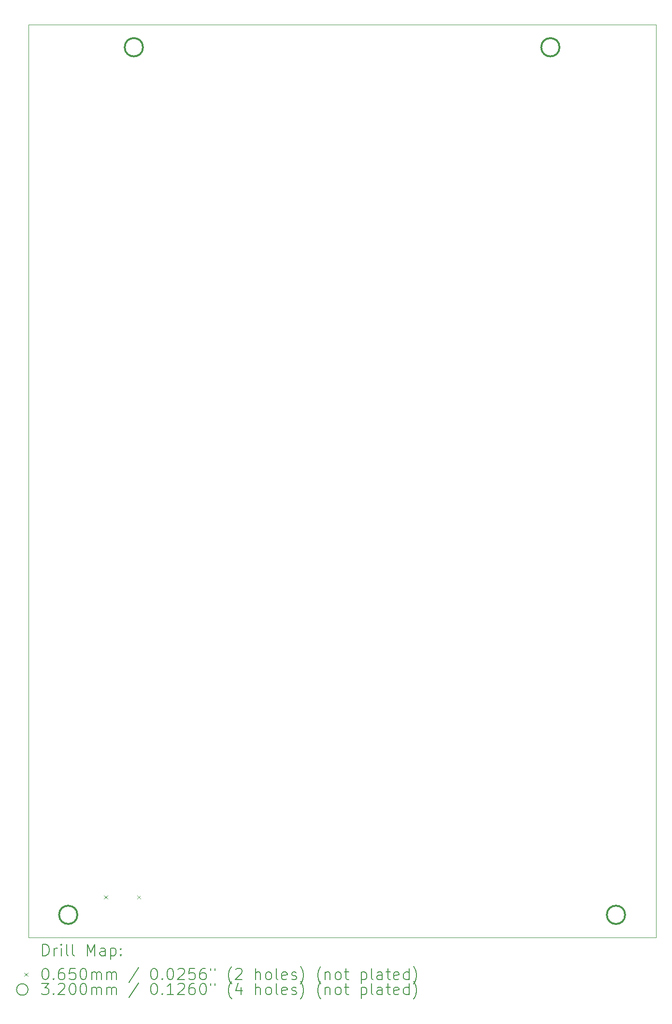
<source format=gbr>
%FSLAX45Y45*%
G04 Gerber Fmt 4.5, Leading zero omitted, Abs format (unit mm)*
G04 Created by KiCad (PCBNEW (5.99.0-11727-g1ec70d30af)) date 2021-08-20 03:51:31*
%MOMM*%
%LPD*%
G01*
G04 APERTURE LIST*
%TA.AperFunction,Profile*%
%ADD10C,0.100000*%
%TD*%
%ADD11C,0.200000*%
%ADD12C,0.065000*%
%ADD13C,0.320000*%
G04 APERTURE END LIST*
D10*
X2500000Y-2500000D02*
X13500000Y-2500000D01*
X13500000Y-2500000D02*
X13500000Y-18500000D01*
X13500000Y-18500000D02*
X2500000Y-18500000D01*
X2500000Y-18500000D02*
X2500000Y-2500000D01*
D11*
D12*
X3828500Y-17757500D02*
X3893500Y-17822500D01*
X3893500Y-17757500D02*
X3828500Y-17822500D01*
X4406500Y-17757500D02*
X4471500Y-17822500D01*
X4471500Y-17757500D02*
X4406500Y-17822500D01*
D13*
X3360000Y-18100000D02*
G75*
G03*
X3360000Y-18100000I-160000J0D01*
G01*
X4510000Y-2900000D02*
G75*
G03*
X4510000Y-2900000I-160000J0D01*
G01*
X11810000Y-2900000D02*
G75*
G03*
X11810000Y-2900000I-160000J0D01*
G01*
X12960000Y-18100000D02*
G75*
G03*
X12960000Y-18100000I-160000J0D01*
G01*
D11*
X2752619Y-18815476D02*
X2752619Y-18615476D01*
X2800238Y-18615476D01*
X2828809Y-18625000D01*
X2847857Y-18644048D01*
X2857381Y-18663095D01*
X2866905Y-18701190D01*
X2866905Y-18729762D01*
X2857381Y-18767857D01*
X2847857Y-18786905D01*
X2828809Y-18805952D01*
X2800238Y-18815476D01*
X2752619Y-18815476D01*
X2952619Y-18815476D02*
X2952619Y-18682143D01*
X2952619Y-18720238D02*
X2962143Y-18701190D01*
X2971667Y-18691667D01*
X2990714Y-18682143D01*
X3009762Y-18682143D01*
X3076428Y-18815476D02*
X3076428Y-18682143D01*
X3076428Y-18615476D02*
X3066905Y-18625000D01*
X3076428Y-18634524D01*
X3085952Y-18625000D01*
X3076428Y-18615476D01*
X3076428Y-18634524D01*
X3200238Y-18815476D02*
X3181190Y-18805952D01*
X3171667Y-18786905D01*
X3171667Y-18615476D01*
X3305000Y-18815476D02*
X3285952Y-18805952D01*
X3276428Y-18786905D01*
X3276428Y-18615476D01*
X3533571Y-18815476D02*
X3533571Y-18615476D01*
X3600238Y-18758333D01*
X3666905Y-18615476D01*
X3666905Y-18815476D01*
X3847857Y-18815476D02*
X3847857Y-18710714D01*
X3838333Y-18691667D01*
X3819286Y-18682143D01*
X3781190Y-18682143D01*
X3762143Y-18691667D01*
X3847857Y-18805952D02*
X3828809Y-18815476D01*
X3781190Y-18815476D01*
X3762143Y-18805952D01*
X3752619Y-18786905D01*
X3752619Y-18767857D01*
X3762143Y-18748810D01*
X3781190Y-18739286D01*
X3828809Y-18739286D01*
X3847857Y-18729762D01*
X3943095Y-18682143D02*
X3943095Y-18882143D01*
X3943095Y-18691667D02*
X3962143Y-18682143D01*
X4000238Y-18682143D01*
X4019286Y-18691667D01*
X4028809Y-18701190D01*
X4038333Y-18720238D01*
X4038333Y-18777381D01*
X4028809Y-18796429D01*
X4019286Y-18805952D01*
X4000238Y-18815476D01*
X3962143Y-18815476D01*
X3943095Y-18805952D01*
X4124048Y-18796429D02*
X4133571Y-18805952D01*
X4124048Y-18815476D01*
X4114524Y-18805952D01*
X4124048Y-18796429D01*
X4124048Y-18815476D01*
X4124048Y-18691667D02*
X4133571Y-18701190D01*
X4124048Y-18710714D01*
X4114524Y-18701190D01*
X4124048Y-18691667D01*
X4124048Y-18710714D01*
D12*
X2430000Y-19112500D02*
X2495000Y-19177500D01*
X2495000Y-19112500D02*
X2430000Y-19177500D01*
D11*
X2790714Y-19035476D02*
X2809762Y-19035476D01*
X2828809Y-19045000D01*
X2838333Y-19054524D01*
X2847857Y-19073571D01*
X2857381Y-19111667D01*
X2857381Y-19159286D01*
X2847857Y-19197381D01*
X2838333Y-19216429D01*
X2828809Y-19225952D01*
X2809762Y-19235476D01*
X2790714Y-19235476D01*
X2771667Y-19225952D01*
X2762143Y-19216429D01*
X2752619Y-19197381D01*
X2743095Y-19159286D01*
X2743095Y-19111667D01*
X2752619Y-19073571D01*
X2762143Y-19054524D01*
X2771667Y-19045000D01*
X2790714Y-19035476D01*
X2943095Y-19216429D02*
X2952619Y-19225952D01*
X2943095Y-19235476D01*
X2933571Y-19225952D01*
X2943095Y-19216429D01*
X2943095Y-19235476D01*
X3124048Y-19035476D02*
X3085952Y-19035476D01*
X3066905Y-19045000D01*
X3057381Y-19054524D01*
X3038333Y-19083095D01*
X3028809Y-19121190D01*
X3028809Y-19197381D01*
X3038333Y-19216429D01*
X3047857Y-19225952D01*
X3066905Y-19235476D01*
X3105000Y-19235476D01*
X3124048Y-19225952D01*
X3133571Y-19216429D01*
X3143095Y-19197381D01*
X3143095Y-19149762D01*
X3133571Y-19130714D01*
X3124048Y-19121190D01*
X3105000Y-19111667D01*
X3066905Y-19111667D01*
X3047857Y-19121190D01*
X3038333Y-19130714D01*
X3028809Y-19149762D01*
X3324048Y-19035476D02*
X3228809Y-19035476D01*
X3219286Y-19130714D01*
X3228809Y-19121190D01*
X3247857Y-19111667D01*
X3295476Y-19111667D01*
X3314524Y-19121190D01*
X3324048Y-19130714D01*
X3333571Y-19149762D01*
X3333571Y-19197381D01*
X3324048Y-19216429D01*
X3314524Y-19225952D01*
X3295476Y-19235476D01*
X3247857Y-19235476D01*
X3228809Y-19225952D01*
X3219286Y-19216429D01*
X3457381Y-19035476D02*
X3476428Y-19035476D01*
X3495476Y-19045000D01*
X3505000Y-19054524D01*
X3514524Y-19073571D01*
X3524048Y-19111667D01*
X3524048Y-19159286D01*
X3514524Y-19197381D01*
X3505000Y-19216429D01*
X3495476Y-19225952D01*
X3476428Y-19235476D01*
X3457381Y-19235476D01*
X3438333Y-19225952D01*
X3428809Y-19216429D01*
X3419286Y-19197381D01*
X3409762Y-19159286D01*
X3409762Y-19111667D01*
X3419286Y-19073571D01*
X3428809Y-19054524D01*
X3438333Y-19045000D01*
X3457381Y-19035476D01*
X3609762Y-19235476D02*
X3609762Y-19102143D01*
X3609762Y-19121190D02*
X3619286Y-19111667D01*
X3638333Y-19102143D01*
X3666905Y-19102143D01*
X3685952Y-19111667D01*
X3695476Y-19130714D01*
X3695476Y-19235476D01*
X3695476Y-19130714D02*
X3705000Y-19111667D01*
X3724048Y-19102143D01*
X3752619Y-19102143D01*
X3771667Y-19111667D01*
X3781190Y-19130714D01*
X3781190Y-19235476D01*
X3876428Y-19235476D02*
X3876428Y-19102143D01*
X3876428Y-19121190D02*
X3885952Y-19111667D01*
X3905000Y-19102143D01*
X3933571Y-19102143D01*
X3952619Y-19111667D01*
X3962143Y-19130714D01*
X3962143Y-19235476D01*
X3962143Y-19130714D02*
X3971667Y-19111667D01*
X3990714Y-19102143D01*
X4019286Y-19102143D01*
X4038333Y-19111667D01*
X4047857Y-19130714D01*
X4047857Y-19235476D01*
X4438333Y-19025952D02*
X4266905Y-19283095D01*
X4695476Y-19035476D02*
X4714524Y-19035476D01*
X4733571Y-19045000D01*
X4743095Y-19054524D01*
X4752619Y-19073571D01*
X4762143Y-19111667D01*
X4762143Y-19159286D01*
X4752619Y-19197381D01*
X4743095Y-19216429D01*
X4733571Y-19225952D01*
X4714524Y-19235476D01*
X4695476Y-19235476D01*
X4676429Y-19225952D01*
X4666905Y-19216429D01*
X4657381Y-19197381D01*
X4647857Y-19159286D01*
X4647857Y-19111667D01*
X4657381Y-19073571D01*
X4666905Y-19054524D01*
X4676429Y-19045000D01*
X4695476Y-19035476D01*
X4847857Y-19216429D02*
X4857381Y-19225952D01*
X4847857Y-19235476D01*
X4838333Y-19225952D01*
X4847857Y-19216429D01*
X4847857Y-19235476D01*
X4981190Y-19035476D02*
X5000238Y-19035476D01*
X5019286Y-19045000D01*
X5028810Y-19054524D01*
X5038333Y-19073571D01*
X5047857Y-19111667D01*
X5047857Y-19159286D01*
X5038333Y-19197381D01*
X5028810Y-19216429D01*
X5019286Y-19225952D01*
X5000238Y-19235476D01*
X4981190Y-19235476D01*
X4962143Y-19225952D01*
X4952619Y-19216429D01*
X4943095Y-19197381D01*
X4933571Y-19159286D01*
X4933571Y-19111667D01*
X4943095Y-19073571D01*
X4952619Y-19054524D01*
X4962143Y-19045000D01*
X4981190Y-19035476D01*
X5124048Y-19054524D02*
X5133571Y-19045000D01*
X5152619Y-19035476D01*
X5200238Y-19035476D01*
X5219286Y-19045000D01*
X5228810Y-19054524D01*
X5238333Y-19073571D01*
X5238333Y-19092619D01*
X5228810Y-19121190D01*
X5114524Y-19235476D01*
X5238333Y-19235476D01*
X5419286Y-19035476D02*
X5324048Y-19035476D01*
X5314524Y-19130714D01*
X5324048Y-19121190D01*
X5343095Y-19111667D01*
X5390714Y-19111667D01*
X5409762Y-19121190D01*
X5419286Y-19130714D01*
X5428810Y-19149762D01*
X5428810Y-19197381D01*
X5419286Y-19216429D01*
X5409762Y-19225952D01*
X5390714Y-19235476D01*
X5343095Y-19235476D01*
X5324048Y-19225952D01*
X5314524Y-19216429D01*
X5600238Y-19035476D02*
X5562143Y-19035476D01*
X5543095Y-19045000D01*
X5533571Y-19054524D01*
X5514524Y-19083095D01*
X5505000Y-19121190D01*
X5505000Y-19197381D01*
X5514524Y-19216429D01*
X5524048Y-19225952D01*
X5543095Y-19235476D01*
X5581190Y-19235476D01*
X5600238Y-19225952D01*
X5609762Y-19216429D01*
X5619286Y-19197381D01*
X5619286Y-19149762D01*
X5609762Y-19130714D01*
X5600238Y-19121190D01*
X5581190Y-19111667D01*
X5543095Y-19111667D01*
X5524048Y-19121190D01*
X5514524Y-19130714D01*
X5505000Y-19149762D01*
X5695476Y-19035476D02*
X5695476Y-19073571D01*
X5771667Y-19035476D02*
X5771667Y-19073571D01*
X6066905Y-19311667D02*
X6057381Y-19302143D01*
X6038333Y-19273571D01*
X6028809Y-19254524D01*
X6019286Y-19225952D01*
X6009762Y-19178333D01*
X6009762Y-19140238D01*
X6019286Y-19092619D01*
X6028809Y-19064048D01*
X6038333Y-19045000D01*
X6057381Y-19016429D01*
X6066905Y-19006905D01*
X6133571Y-19054524D02*
X6143095Y-19045000D01*
X6162143Y-19035476D01*
X6209762Y-19035476D01*
X6228809Y-19045000D01*
X6238333Y-19054524D01*
X6247857Y-19073571D01*
X6247857Y-19092619D01*
X6238333Y-19121190D01*
X6124048Y-19235476D01*
X6247857Y-19235476D01*
X6485952Y-19235476D02*
X6485952Y-19035476D01*
X6571667Y-19235476D02*
X6571667Y-19130714D01*
X6562143Y-19111667D01*
X6543095Y-19102143D01*
X6514524Y-19102143D01*
X6495476Y-19111667D01*
X6485952Y-19121190D01*
X6695476Y-19235476D02*
X6676428Y-19225952D01*
X6666905Y-19216429D01*
X6657381Y-19197381D01*
X6657381Y-19140238D01*
X6666905Y-19121190D01*
X6676428Y-19111667D01*
X6695476Y-19102143D01*
X6724048Y-19102143D01*
X6743095Y-19111667D01*
X6752619Y-19121190D01*
X6762143Y-19140238D01*
X6762143Y-19197381D01*
X6752619Y-19216429D01*
X6743095Y-19225952D01*
X6724048Y-19235476D01*
X6695476Y-19235476D01*
X6876428Y-19235476D02*
X6857381Y-19225952D01*
X6847857Y-19206905D01*
X6847857Y-19035476D01*
X7028809Y-19225952D02*
X7009762Y-19235476D01*
X6971667Y-19235476D01*
X6952619Y-19225952D01*
X6943095Y-19206905D01*
X6943095Y-19130714D01*
X6952619Y-19111667D01*
X6971667Y-19102143D01*
X7009762Y-19102143D01*
X7028809Y-19111667D01*
X7038333Y-19130714D01*
X7038333Y-19149762D01*
X6943095Y-19168810D01*
X7114524Y-19225952D02*
X7133571Y-19235476D01*
X7171667Y-19235476D01*
X7190714Y-19225952D01*
X7200238Y-19206905D01*
X7200238Y-19197381D01*
X7190714Y-19178333D01*
X7171667Y-19168810D01*
X7143095Y-19168810D01*
X7124048Y-19159286D01*
X7114524Y-19140238D01*
X7114524Y-19130714D01*
X7124048Y-19111667D01*
X7143095Y-19102143D01*
X7171667Y-19102143D01*
X7190714Y-19111667D01*
X7266905Y-19311667D02*
X7276428Y-19302143D01*
X7295476Y-19273571D01*
X7305000Y-19254524D01*
X7314524Y-19225952D01*
X7324048Y-19178333D01*
X7324048Y-19140238D01*
X7314524Y-19092619D01*
X7305000Y-19064048D01*
X7295476Y-19045000D01*
X7276428Y-19016429D01*
X7266905Y-19006905D01*
X7628809Y-19311667D02*
X7619286Y-19302143D01*
X7600238Y-19273571D01*
X7590714Y-19254524D01*
X7581190Y-19225952D01*
X7571667Y-19178333D01*
X7571667Y-19140238D01*
X7581190Y-19092619D01*
X7590714Y-19064048D01*
X7600238Y-19045000D01*
X7619286Y-19016429D01*
X7628809Y-19006905D01*
X7705000Y-19102143D02*
X7705000Y-19235476D01*
X7705000Y-19121190D02*
X7714524Y-19111667D01*
X7733571Y-19102143D01*
X7762143Y-19102143D01*
X7781190Y-19111667D01*
X7790714Y-19130714D01*
X7790714Y-19235476D01*
X7914524Y-19235476D02*
X7895476Y-19225952D01*
X7885952Y-19216429D01*
X7876428Y-19197381D01*
X7876428Y-19140238D01*
X7885952Y-19121190D01*
X7895476Y-19111667D01*
X7914524Y-19102143D01*
X7943095Y-19102143D01*
X7962143Y-19111667D01*
X7971667Y-19121190D01*
X7981190Y-19140238D01*
X7981190Y-19197381D01*
X7971667Y-19216429D01*
X7962143Y-19225952D01*
X7943095Y-19235476D01*
X7914524Y-19235476D01*
X8038333Y-19102143D02*
X8114524Y-19102143D01*
X8066905Y-19035476D02*
X8066905Y-19206905D01*
X8076428Y-19225952D01*
X8095476Y-19235476D01*
X8114524Y-19235476D01*
X8333571Y-19102143D02*
X8333571Y-19302143D01*
X8333571Y-19111667D02*
X8352619Y-19102143D01*
X8390714Y-19102143D01*
X8409762Y-19111667D01*
X8419286Y-19121190D01*
X8428810Y-19140238D01*
X8428810Y-19197381D01*
X8419286Y-19216429D01*
X8409762Y-19225952D01*
X8390714Y-19235476D01*
X8352619Y-19235476D01*
X8333571Y-19225952D01*
X8543095Y-19235476D02*
X8524048Y-19225952D01*
X8514524Y-19206905D01*
X8514524Y-19035476D01*
X8705000Y-19235476D02*
X8705000Y-19130714D01*
X8695476Y-19111667D01*
X8676429Y-19102143D01*
X8638333Y-19102143D01*
X8619286Y-19111667D01*
X8705000Y-19225952D02*
X8685952Y-19235476D01*
X8638333Y-19235476D01*
X8619286Y-19225952D01*
X8609762Y-19206905D01*
X8609762Y-19187857D01*
X8619286Y-19168810D01*
X8638333Y-19159286D01*
X8685952Y-19159286D01*
X8705000Y-19149762D01*
X8771667Y-19102143D02*
X8847857Y-19102143D01*
X8800238Y-19035476D02*
X8800238Y-19206905D01*
X8809762Y-19225952D01*
X8828810Y-19235476D01*
X8847857Y-19235476D01*
X8990714Y-19225952D02*
X8971667Y-19235476D01*
X8933571Y-19235476D01*
X8914524Y-19225952D01*
X8905000Y-19206905D01*
X8905000Y-19130714D01*
X8914524Y-19111667D01*
X8933571Y-19102143D01*
X8971667Y-19102143D01*
X8990714Y-19111667D01*
X9000238Y-19130714D01*
X9000238Y-19149762D01*
X8905000Y-19168810D01*
X9171667Y-19235476D02*
X9171667Y-19035476D01*
X9171667Y-19225952D02*
X9152619Y-19235476D01*
X9114524Y-19235476D01*
X9095476Y-19225952D01*
X9085952Y-19216429D01*
X9076429Y-19197381D01*
X9076429Y-19140238D01*
X9085952Y-19121190D01*
X9095476Y-19111667D01*
X9114524Y-19102143D01*
X9152619Y-19102143D01*
X9171667Y-19111667D01*
X9247857Y-19311667D02*
X9257381Y-19302143D01*
X9276429Y-19273571D01*
X9285952Y-19254524D01*
X9295476Y-19225952D01*
X9305000Y-19178333D01*
X9305000Y-19140238D01*
X9295476Y-19092619D01*
X9285952Y-19064048D01*
X9276429Y-19045000D01*
X9257381Y-19016429D01*
X9247857Y-19006905D01*
X2495000Y-19409000D02*
G75*
G03*
X2495000Y-19409000I-100000J0D01*
G01*
X2733571Y-19299476D02*
X2857381Y-19299476D01*
X2790714Y-19375667D01*
X2819286Y-19375667D01*
X2838333Y-19385190D01*
X2847857Y-19394714D01*
X2857381Y-19413762D01*
X2857381Y-19461381D01*
X2847857Y-19480429D01*
X2838333Y-19489952D01*
X2819286Y-19499476D01*
X2762143Y-19499476D01*
X2743095Y-19489952D01*
X2733571Y-19480429D01*
X2943095Y-19480429D02*
X2952619Y-19489952D01*
X2943095Y-19499476D01*
X2933571Y-19489952D01*
X2943095Y-19480429D01*
X2943095Y-19499476D01*
X3028809Y-19318524D02*
X3038333Y-19309000D01*
X3057381Y-19299476D01*
X3105000Y-19299476D01*
X3124048Y-19309000D01*
X3133571Y-19318524D01*
X3143095Y-19337571D01*
X3143095Y-19356619D01*
X3133571Y-19385190D01*
X3019286Y-19499476D01*
X3143095Y-19499476D01*
X3266905Y-19299476D02*
X3285952Y-19299476D01*
X3305000Y-19309000D01*
X3314524Y-19318524D01*
X3324048Y-19337571D01*
X3333571Y-19375667D01*
X3333571Y-19423286D01*
X3324048Y-19461381D01*
X3314524Y-19480429D01*
X3305000Y-19489952D01*
X3285952Y-19499476D01*
X3266905Y-19499476D01*
X3247857Y-19489952D01*
X3238333Y-19480429D01*
X3228809Y-19461381D01*
X3219286Y-19423286D01*
X3219286Y-19375667D01*
X3228809Y-19337571D01*
X3238333Y-19318524D01*
X3247857Y-19309000D01*
X3266905Y-19299476D01*
X3457381Y-19299476D02*
X3476428Y-19299476D01*
X3495476Y-19309000D01*
X3505000Y-19318524D01*
X3514524Y-19337571D01*
X3524048Y-19375667D01*
X3524048Y-19423286D01*
X3514524Y-19461381D01*
X3505000Y-19480429D01*
X3495476Y-19489952D01*
X3476428Y-19499476D01*
X3457381Y-19499476D01*
X3438333Y-19489952D01*
X3428809Y-19480429D01*
X3419286Y-19461381D01*
X3409762Y-19423286D01*
X3409762Y-19375667D01*
X3419286Y-19337571D01*
X3428809Y-19318524D01*
X3438333Y-19309000D01*
X3457381Y-19299476D01*
X3609762Y-19499476D02*
X3609762Y-19366143D01*
X3609762Y-19385190D02*
X3619286Y-19375667D01*
X3638333Y-19366143D01*
X3666905Y-19366143D01*
X3685952Y-19375667D01*
X3695476Y-19394714D01*
X3695476Y-19499476D01*
X3695476Y-19394714D02*
X3705000Y-19375667D01*
X3724048Y-19366143D01*
X3752619Y-19366143D01*
X3771667Y-19375667D01*
X3781190Y-19394714D01*
X3781190Y-19499476D01*
X3876428Y-19499476D02*
X3876428Y-19366143D01*
X3876428Y-19385190D02*
X3885952Y-19375667D01*
X3905000Y-19366143D01*
X3933571Y-19366143D01*
X3952619Y-19375667D01*
X3962143Y-19394714D01*
X3962143Y-19499476D01*
X3962143Y-19394714D02*
X3971667Y-19375667D01*
X3990714Y-19366143D01*
X4019286Y-19366143D01*
X4038333Y-19375667D01*
X4047857Y-19394714D01*
X4047857Y-19499476D01*
X4438333Y-19289952D02*
X4266905Y-19547095D01*
X4695476Y-19299476D02*
X4714524Y-19299476D01*
X4733571Y-19309000D01*
X4743095Y-19318524D01*
X4752619Y-19337571D01*
X4762143Y-19375667D01*
X4762143Y-19423286D01*
X4752619Y-19461381D01*
X4743095Y-19480429D01*
X4733571Y-19489952D01*
X4714524Y-19499476D01*
X4695476Y-19499476D01*
X4676429Y-19489952D01*
X4666905Y-19480429D01*
X4657381Y-19461381D01*
X4647857Y-19423286D01*
X4647857Y-19375667D01*
X4657381Y-19337571D01*
X4666905Y-19318524D01*
X4676429Y-19309000D01*
X4695476Y-19299476D01*
X4847857Y-19480429D02*
X4857381Y-19489952D01*
X4847857Y-19499476D01*
X4838333Y-19489952D01*
X4847857Y-19480429D01*
X4847857Y-19499476D01*
X5047857Y-19499476D02*
X4933571Y-19499476D01*
X4990714Y-19499476D02*
X4990714Y-19299476D01*
X4971667Y-19328048D01*
X4952619Y-19347095D01*
X4933571Y-19356619D01*
X5124048Y-19318524D02*
X5133571Y-19309000D01*
X5152619Y-19299476D01*
X5200238Y-19299476D01*
X5219286Y-19309000D01*
X5228810Y-19318524D01*
X5238333Y-19337571D01*
X5238333Y-19356619D01*
X5228810Y-19385190D01*
X5114524Y-19499476D01*
X5238333Y-19499476D01*
X5409762Y-19299476D02*
X5371667Y-19299476D01*
X5352619Y-19309000D01*
X5343095Y-19318524D01*
X5324048Y-19347095D01*
X5314524Y-19385190D01*
X5314524Y-19461381D01*
X5324048Y-19480429D01*
X5333571Y-19489952D01*
X5352619Y-19499476D01*
X5390714Y-19499476D01*
X5409762Y-19489952D01*
X5419286Y-19480429D01*
X5428810Y-19461381D01*
X5428810Y-19413762D01*
X5419286Y-19394714D01*
X5409762Y-19385190D01*
X5390714Y-19375667D01*
X5352619Y-19375667D01*
X5333571Y-19385190D01*
X5324048Y-19394714D01*
X5314524Y-19413762D01*
X5552619Y-19299476D02*
X5571667Y-19299476D01*
X5590714Y-19309000D01*
X5600238Y-19318524D01*
X5609762Y-19337571D01*
X5619286Y-19375667D01*
X5619286Y-19423286D01*
X5609762Y-19461381D01*
X5600238Y-19480429D01*
X5590714Y-19489952D01*
X5571667Y-19499476D01*
X5552619Y-19499476D01*
X5533571Y-19489952D01*
X5524048Y-19480429D01*
X5514524Y-19461381D01*
X5505000Y-19423286D01*
X5505000Y-19375667D01*
X5514524Y-19337571D01*
X5524048Y-19318524D01*
X5533571Y-19309000D01*
X5552619Y-19299476D01*
X5695476Y-19299476D02*
X5695476Y-19337571D01*
X5771667Y-19299476D02*
X5771667Y-19337571D01*
X6066905Y-19575667D02*
X6057381Y-19566143D01*
X6038333Y-19537571D01*
X6028809Y-19518524D01*
X6019286Y-19489952D01*
X6009762Y-19442333D01*
X6009762Y-19404238D01*
X6019286Y-19356619D01*
X6028809Y-19328048D01*
X6038333Y-19309000D01*
X6057381Y-19280429D01*
X6066905Y-19270905D01*
X6228809Y-19366143D02*
X6228809Y-19499476D01*
X6181190Y-19289952D02*
X6133571Y-19432810D01*
X6257381Y-19432810D01*
X6485952Y-19499476D02*
X6485952Y-19299476D01*
X6571667Y-19499476D02*
X6571667Y-19394714D01*
X6562143Y-19375667D01*
X6543095Y-19366143D01*
X6514524Y-19366143D01*
X6495476Y-19375667D01*
X6485952Y-19385190D01*
X6695476Y-19499476D02*
X6676428Y-19489952D01*
X6666905Y-19480429D01*
X6657381Y-19461381D01*
X6657381Y-19404238D01*
X6666905Y-19385190D01*
X6676428Y-19375667D01*
X6695476Y-19366143D01*
X6724048Y-19366143D01*
X6743095Y-19375667D01*
X6752619Y-19385190D01*
X6762143Y-19404238D01*
X6762143Y-19461381D01*
X6752619Y-19480429D01*
X6743095Y-19489952D01*
X6724048Y-19499476D01*
X6695476Y-19499476D01*
X6876428Y-19499476D02*
X6857381Y-19489952D01*
X6847857Y-19470905D01*
X6847857Y-19299476D01*
X7028809Y-19489952D02*
X7009762Y-19499476D01*
X6971667Y-19499476D01*
X6952619Y-19489952D01*
X6943095Y-19470905D01*
X6943095Y-19394714D01*
X6952619Y-19375667D01*
X6971667Y-19366143D01*
X7009762Y-19366143D01*
X7028809Y-19375667D01*
X7038333Y-19394714D01*
X7038333Y-19413762D01*
X6943095Y-19432810D01*
X7114524Y-19489952D02*
X7133571Y-19499476D01*
X7171667Y-19499476D01*
X7190714Y-19489952D01*
X7200238Y-19470905D01*
X7200238Y-19461381D01*
X7190714Y-19442333D01*
X7171667Y-19432810D01*
X7143095Y-19432810D01*
X7124048Y-19423286D01*
X7114524Y-19404238D01*
X7114524Y-19394714D01*
X7124048Y-19375667D01*
X7143095Y-19366143D01*
X7171667Y-19366143D01*
X7190714Y-19375667D01*
X7266905Y-19575667D02*
X7276428Y-19566143D01*
X7295476Y-19537571D01*
X7305000Y-19518524D01*
X7314524Y-19489952D01*
X7324048Y-19442333D01*
X7324048Y-19404238D01*
X7314524Y-19356619D01*
X7305000Y-19328048D01*
X7295476Y-19309000D01*
X7276428Y-19280429D01*
X7266905Y-19270905D01*
X7628809Y-19575667D02*
X7619286Y-19566143D01*
X7600238Y-19537571D01*
X7590714Y-19518524D01*
X7581190Y-19489952D01*
X7571667Y-19442333D01*
X7571667Y-19404238D01*
X7581190Y-19356619D01*
X7590714Y-19328048D01*
X7600238Y-19309000D01*
X7619286Y-19280429D01*
X7628809Y-19270905D01*
X7705000Y-19366143D02*
X7705000Y-19499476D01*
X7705000Y-19385190D02*
X7714524Y-19375667D01*
X7733571Y-19366143D01*
X7762143Y-19366143D01*
X7781190Y-19375667D01*
X7790714Y-19394714D01*
X7790714Y-19499476D01*
X7914524Y-19499476D02*
X7895476Y-19489952D01*
X7885952Y-19480429D01*
X7876428Y-19461381D01*
X7876428Y-19404238D01*
X7885952Y-19385190D01*
X7895476Y-19375667D01*
X7914524Y-19366143D01*
X7943095Y-19366143D01*
X7962143Y-19375667D01*
X7971667Y-19385190D01*
X7981190Y-19404238D01*
X7981190Y-19461381D01*
X7971667Y-19480429D01*
X7962143Y-19489952D01*
X7943095Y-19499476D01*
X7914524Y-19499476D01*
X8038333Y-19366143D02*
X8114524Y-19366143D01*
X8066905Y-19299476D02*
X8066905Y-19470905D01*
X8076428Y-19489952D01*
X8095476Y-19499476D01*
X8114524Y-19499476D01*
X8333571Y-19366143D02*
X8333571Y-19566143D01*
X8333571Y-19375667D02*
X8352619Y-19366143D01*
X8390714Y-19366143D01*
X8409762Y-19375667D01*
X8419286Y-19385190D01*
X8428810Y-19404238D01*
X8428810Y-19461381D01*
X8419286Y-19480429D01*
X8409762Y-19489952D01*
X8390714Y-19499476D01*
X8352619Y-19499476D01*
X8333571Y-19489952D01*
X8543095Y-19499476D02*
X8524048Y-19489952D01*
X8514524Y-19470905D01*
X8514524Y-19299476D01*
X8705000Y-19499476D02*
X8705000Y-19394714D01*
X8695476Y-19375667D01*
X8676429Y-19366143D01*
X8638333Y-19366143D01*
X8619286Y-19375667D01*
X8705000Y-19489952D02*
X8685952Y-19499476D01*
X8638333Y-19499476D01*
X8619286Y-19489952D01*
X8609762Y-19470905D01*
X8609762Y-19451857D01*
X8619286Y-19432810D01*
X8638333Y-19423286D01*
X8685952Y-19423286D01*
X8705000Y-19413762D01*
X8771667Y-19366143D02*
X8847857Y-19366143D01*
X8800238Y-19299476D02*
X8800238Y-19470905D01*
X8809762Y-19489952D01*
X8828810Y-19499476D01*
X8847857Y-19499476D01*
X8990714Y-19489952D02*
X8971667Y-19499476D01*
X8933571Y-19499476D01*
X8914524Y-19489952D01*
X8905000Y-19470905D01*
X8905000Y-19394714D01*
X8914524Y-19375667D01*
X8933571Y-19366143D01*
X8971667Y-19366143D01*
X8990714Y-19375667D01*
X9000238Y-19394714D01*
X9000238Y-19413762D01*
X8905000Y-19432810D01*
X9171667Y-19499476D02*
X9171667Y-19299476D01*
X9171667Y-19489952D02*
X9152619Y-19499476D01*
X9114524Y-19499476D01*
X9095476Y-19489952D01*
X9085952Y-19480429D01*
X9076429Y-19461381D01*
X9076429Y-19404238D01*
X9085952Y-19385190D01*
X9095476Y-19375667D01*
X9114524Y-19366143D01*
X9152619Y-19366143D01*
X9171667Y-19375667D01*
X9247857Y-19575667D02*
X9257381Y-19566143D01*
X9276429Y-19537571D01*
X9285952Y-19518524D01*
X9295476Y-19489952D01*
X9305000Y-19442333D01*
X9305000Y-19404238D01*
X9295476Y-19356619D01*
X9285952Y-19328048D01*
X9276429Y-19309000D01*
X9257381Y-19280429D01*
X9247857Y-19270905D01*
M02*

</source>
